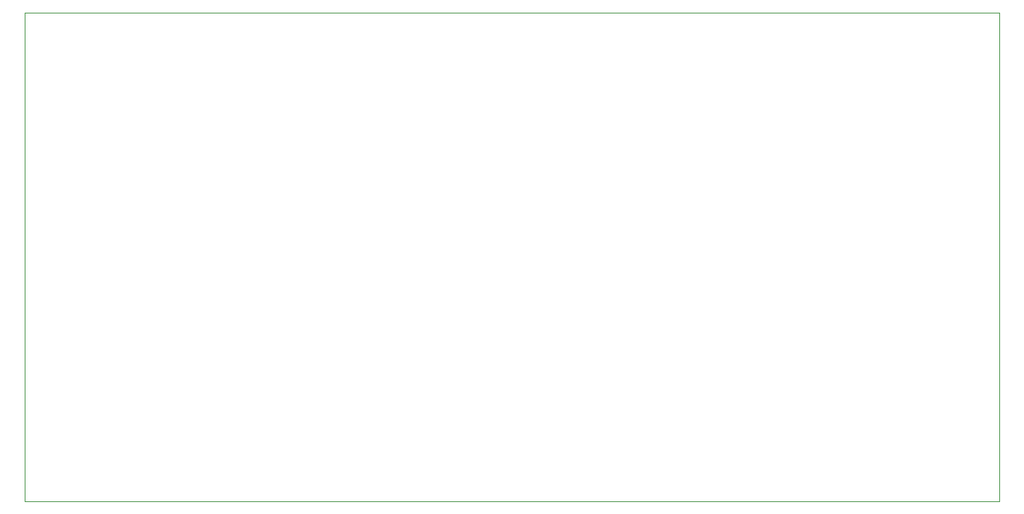
<source format=gbr>
G04 (created by PCBNEW (2013-may-18)-stable) date 2014年03月12日 星期三 10时39分10秒*
%MOIN*%
G04 Gerber Fmt 3.4, Leading zero omitted, Abs format*
%FSLAX34Y34*%
G01*
G70*
G90*
G04 APERTURE LIST*
%ADD10C,0.00590551*%
%ADD11C,0.00393701*%
G04 APERTURE END LIST*
G54D10*
G54D11*
X40600Y-35000D02*
X40600Y-13200D01*
X84000Y-35000D02*
X40600Y-35000D01*
X84000Y-13200D02*
X84000Y-35000D01*
X40600Y-13200D02*
X84000Y-13200D01*
M02*

</source>
